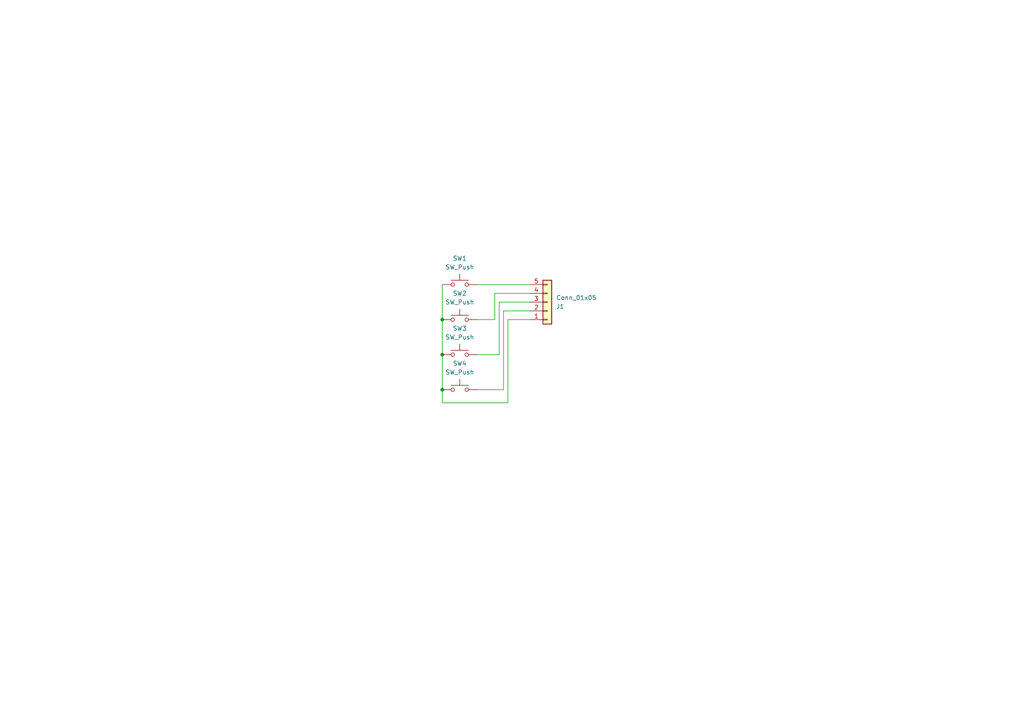
<source format=kicad_sch>
(kicad_sch (version 20250114) (generator "eeschema") (generator_version "9.0")
  (paper "A4")
  (title_block (title "Buttons board") (company "StrangePlanet"))
  (lib_symbols
    (symbol "Connector_Generic:Conn_01x05" (pin_names (offset 1.016) (hide yes))
      (property "Reference" "J" (at 0 7.62 0))
      (property "Value" "Conn_01x05" (at 0 -7.62 0))
      (symbol "Conn_01x05_1_1"
        (rectangle (start -1.27 6.35) (end 1.27 -6.35) (stroke (width 0.254)) (fill (type background)))
        (rectangle (start -1.27 5.207) (end 0 4.953) (stroke (width 0.1524)))
        (rectangle (start -1.27 2.667) (end 0 2.413) (stroke (width 0.1524)))
        (rectangle (start -1.27 0.127) (end 0 -0.127) (stroke (width 0.1524)))
        (rectangle (start -1.27 -2.413) (end 0 -2.667) (stroke (width 0.1524)))
        (rectangle (start -1.27 -4.953) (end 0 -5.207) (stroke (width 0.1524)))
        (pin passive line (at -5.08 5.08 0) (length 3.81) (name "Pin_1") (number "1"))
        (pin passive line (at -5.08 2.54 0) (length 3.81) (name "Pin_2") (number "2"))
        (pin passive line (at -5.08 0 0) (length 3.81) (name "Pin_3") (number "3"))
        (pin passive line (at -5.08 -2.54 0) (length 3.81) (name "Pin_4") (number "4"))
        (pin passive line (at -5.08 -5.08 0) (length 3.81) (name "Pin_5") (number "5"))
      )
    )
    (symbol "Switch:SW_Push" (pin_numbers (hide yes)) (pin_names (offset 1.016) (hide yes))
      (property "Reference" "SW" (at 1.27 2.54 0))
      (property "Value" "SW_Push" (at 0 -1.524 0))
      (symbol "SW_Push_0_1"
        (circle (center -2.032 0) (radius 0.508))
        (polyline (pts (xy 0 1.27) (xy 0 3.048)))
        (circle (center 2.032 0) (radius 0.508))
        (polyline (pts (xy 2.54 1.27) (xy -2.54 1.27)))
        (pin passive line (at -5.08 0 0) (length 2.54) (name "1") (number "1"))
        (pin passive line (at 5.08 0 180) (length 2.54) (name "2") (number "2"))
      )
    )
  )
  (junction (at 128.27 92.71))
  (junction (at 128.27 102.87))
  (junction (at 128.27 113.03))
  (wire (pts (xy 143.51 92.71) (xy 138.43 92.71)))
  (wire (pts (xy 128.27 92.71) (xy 128.27 102.87)))
  (wire (pts (xy 153.67 90.17) (xy 146.05 90.17)))
  (wire (pts (xy 128.27 116.84) (xy 128.27 113.03)))
  (wire (pts (xy 144.78 102.87) (xy 138.43 102.87)))
  (wire (pts (xy 146.05 113.03) (xy 138.43 113.03)))
  (wire (pts (xy 153.67 92.71) (xy 147.32 92.71)))
  (wire (pts (xy 138.43 82.55) (xy 153.67 82.55)))
  (wire (pts (xy 128.27 82.55) (xy 128.27 92.71)))
  (wire (pts (xy 143.51 85.09) (xy 153.67 85.09)))
  (wire (pts (xy 144.78 87.63) (xy 144.78 102.87)))
  (wire (pts (xy 147.32 92.71) (xy 147.32 116.84)))
  (wire (pts (xy 143.51 85.09) (xy 143.51 92.71)))
  (wire (pts (xy 128.27 102.87) (xy 128.27 113.03)))
  (wire (pts (xy 146.05 90.17) (xy 146.05 113.03)))
  (wire (pts (xy 147.32 116.84) (xy 128.27 116.84)))
  (wire (pts (xy 153.67 87.63) (xy 144.78 87.63)))
  (symbol (lib_id "Connector_Generic:Conn_01x05") (at 158.75 87.63 0) (mirror x) (unit 1)
    (property "Reference" "J1" (at 161.29 88.9001 0) (effects (justify left)))
    (property "Value" "Conn_01x05" (at 161.29 86.3601 0) (effects (justify left)))
    (property "Footprint" "Connector_PinHeader_2.54mm:PinHeader_1x05_P2.54mm_Vertical" (effects (hide yes)))
    (property "Description" "Generic connector, single row, 01x05, script generated (kicad-library-utils/schlib/autogen/connector/)" (effects (hide yes)))
  )
  (symbol (lib_id "Switch:SW_Push") (at 133.35 82.55 0) (unit 1)
    (property "Reference" "SW1" (at 133.35 74.93 0))
    (property "Value" "SW_Push" (at 133.35 77.47 0))
    (property "Footprint" "Button_Switch_THT:SW_PUSH_6mm_H4.3mm" (effects (hide yes)))
    (property "Description" "Push button switch, generic, two pins" (effects (hide yes)))
  )
  (symbol (lib_id "Switch:SW_Push") (at 133.35 113.03 0) (unit 1)
    (property "Reference" "SW4" (at 133.35 105.41 0))
    (property "Value" "SW_Push" (at 133.35 107.95 0))
    (property "Footprint" "Button_Switch_THT:SW_PUSH_6mm_H4.3mm" (effects (hide yes)))
    (property "Description" "Push button switch, generic, two pins" (effects (hide yes)))
  )
  (symbol (lib_id "Switch:SW_Push") (at 133.35 102.87 0) (unit 1)
    (property "Reference" "SW3" (at 133.35 95.25 0))
    (property "Value" "SW_Push" (at 133.35 97.79 0))
    (property "Footprint" "Button_Switch_THT:SW_PUSH_6mm_H4.3mm" (effects (hide yes)))
    (property "Description" "Push button switch, generic, two pins" (effects (hide yes)))
  )
  (symbol (lib_id "Switch:SW_Push") (at 133.35 92.71 0) (unit 1)
    (property "Reference" "SW2" (at 133.35 85.09 0))
    (property "Value" "SW_Push" (at 133.35 87.63 0))
    (property "Footprint" "Button_Switch_THT:SW_PUSH_6mm_H4.3mm" (effects (hide yes)))
    (property "Description" "Push button switch, generic, two pins" (effects (hide yes)))
  )
)
</source>
